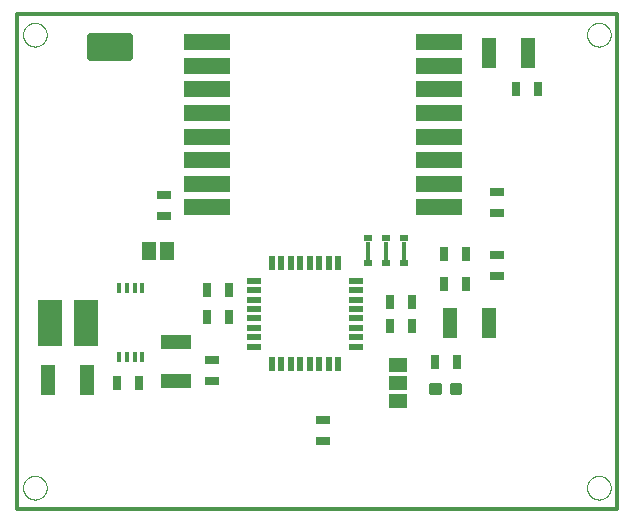
<source format=gtp>
G75*
%MOIN*%
%OFA0B0*%
%FSLAX25Y25*%
%IPPOS*%
%LPD*%
%AMOC8*
5,1,8,0,0,1.08239X$1,22.5*
%
%ADD10C,0.00000*%
%ADD11C,0.01200*%
%ADD12R,0.15748X0.05512*%
%ADD13R,0.04724X0.09843*%
%ADD14R,0.09843X0.04724*%
%ADD15R,0.07874X0.15748*%
%ADD16R,0.01575X0.03543*%
%ADD17R,0.03150X0.04724*%
%ADD18R,0.04724X0.03150*%
%ADD19R,0.04600X0.06300*%
%ADD20R,0.01575X0.06299*%
%ADD21R,0.03150X0.01969*%
%ADD22C,0.02362*%
%ADD23C,0.01181*%
%ADD24R,0.06300X0.04600*%
%ADD25R,0.05000X0.02200*%
%ADD26R,0.02200X0.05000*%
D10*
X0003863Y0008800D02*
X0003865Y0008925D01*
X0003871Y0009050D01*
X0003881Y0009174D01*
X0003895Y0009298D01*
X0003912Y0009422D01*
X0003934Y0009545D01*
X0003960Y0009667D01*
X0003989Y0009789D01*
X0004022Y0009909D01*
X0004060Y0010028D01*
X0004100Y0010147D01*
X0004145Y0010263D01*
X0004193Y0010378D01*
X0004245Y0010492D01*
X0004301Y0010604D01*
X0004360Y0010714D01*
X0004422Y0010822D01*
X0004488Y0010929D01*
X0004557Y0011033D01*
X0004630Y0011134D01*
X0004705Y0011234D01*
X0004784Y0011331D01*
X0004866Y0011425D01*
X0004951Y0011517D01*
X0005038Y0011606D01*
X0005129Y0011692D01*
X0005222Y0011775D01*
X0005318Y0011856D01*
X0005416Y0011933D01*
X0005516Y0012007D01*
X0005619Y0012078D01*
X0005724Y0012145D01*
X0005832Y0012210D01*
X0005941Y0012270D01*
X0006052Y0012328D01*
X0006165Y0012381D01*
X0006279Y0012431D01*
X0006395Y0012478D01*
X0006512Y0012520D01*
X0006631Y0012559D01*
X0006751Y0012595D01*
X0006872Y0012626D01*
X0006994Y0012654D01*
X0007116Y0012677D01*
X0007240Y0012697D01*
X0007364Y0012713D01*
X0007488Y0012725D01*
X0007613Y0012733D01*
X0007738Y0012737D01*
X0007862Y0012737D01*
X0007987Y0012733D01*
X0008112Y0012725D01*
X0008236Y0012713D01*
X0008360Y0012697D01*
X0008484Y0012677D01*
X0008606Y0012654D01*
X0008728Y0012626D01*
X0008849Y0012595D01*
X0008969Y0012559D01*
X0009088Y0012520D01*
X0009205Y0012478D01*
X0009321Y0012431D01*
X0009435Y0012381D01*
X0009548Y0012328D01*
X0009659Y0012270D01*
X0009769Y0012210D01*
X0009876Y0012145D01*
X0009981Y0012078D01*
X0010084Y0012007D01*
X0010184Y0011933D01*
X0010282Y0011856D01*
X0010378Y0011775D01*
X0010471Y0011692D01*
X0010562Y0011606D01*
X0010649Y0011517D01*
X0010734Y0011425D01*
X0010816Y0011331D01*
X0010895Y0011234D01*
X0010970Y0011134D01*
X0011043Y0011033D01*
X0011112Y0010929D01*
X0011178Y0010822D01*
X0011240Y0010714D01*
X0011299Y0010604D01*
X0011355Y0010492D01*
X0011407Y0010378D01*
X0011455Y0010263D01*
X0011500Y0010147D01*
X0011540Y0010028D01*
X0011578Y0009909D01*
X0011611Y0009789D01*
X0011640Y0009667D01*
X0011666Y0009545D01*
X0011688Y0009422D01*
X0011705Y0009298D01*
X0011719Y0009174D01*
X0011729Y0009050D01*
X0011735Y0008925D01*
X0011737Y0008800D01*
X0011735Y0008675D01*
X0011729Y0008550D01*
X0011719Y0008426D01*
X0011705Y0008302D01*
X0011688Y0008178D01*
X0011666Y0008055D01*
X0011640Y0007933D01*
X0011611Y0007811D01*
X0011578Y0007691D01*
X0011540Y0007572D01*
X0011500Y0007453D01*
X0011455Y0007337D01*
X0011407Y0007222D01*
X0011355Y0007108D01*
X0011299Y0006996D01*
X0011240Y0006886D01*
X0011178Y0006778D01*
X0011112Y0006671D01*
X0011043Y0006567D01*
X0010970Y0006466D01*
X0010895Y0006366D01*
X0010816Y0006269D01*
X0010734Y0006175D01*
X0010649Y0006083D01*
X0010562Y0005994D01*
X0010471Y0005908D01*
X0010378Y0005825D01*
X0010282Y0005744D01*
X0010184Y0005667D01*
X0010084Y0005593D01*
X0009981Y0005522D01*
X0009876Y0005455D01*
X0009768Y0005390D01*
X0009659Y0005330D01*
X0009548Y0005272D01*
X0009435Y0005219D01*
X0009321Y0005169D01*
X0009205Y0005122D01*
X0009088Y0005080D01*
X0008969Y0005041D01*
X0008849Y0005005D01*
X0008728Y0004974D01*
X0008606Y0004946D01*
X0008484Y0004923D01*
X0008360Y0004903D01*
X0008236Y0004887D01*
X0008112Y0004875D01*
X0007987Y0004867D01*
X0007862Y0004863D01*
X0007738Y0004863D01*
X0007613Y0004867D01*
X0007488Y0004875D01*
X0007364Y0004887D01*
X0007240Y0004903D01*
X0007116Y0004923D01*
X0006994Y0004946D01*
X0006872Y0004974D01*
X0006751Y0005005D01*
X0006631Y0005041D01*
X0006512Y0005080D01*
X0006395Y0005122D01*
X0006279Y0005169D01*
X0006165Y0005219D01*
X0006052Y0005272D01*
X0005941Y0005330D01*
X0005831Y0005390D01*
X0005724Y0005455D01*
X0005619Y0005522D01*
X0005516Y0005593D01*
X0005416Y0005667D01*
X0005318Y0005744D01*
X0005222Y0005825D01*
X0005129Y0005908D01*
X0005038Y0005994D01*
X0004951Y0006083D01*
X0004866Y0006175D01*
X0004784Y0006269D01*
X0004705Y0006366D01*
X0004630Y0006466D01*
X0004557Y0006567D01*
X0004488Y0006671D01*
X0004422Y0006778D01*
X0004360Y0006886D01*
X0004301Y0006996D01*
X0004245Y0007108D01*
X0004193Y0007222D01*
X0004145Y0007337D01*
X0004100Y0007453D01*
X0004060Y0007572D01*
X0004022Y0007691D01*
X0003989Y0007811D01*
X0003960Y0007933D01*
X0003934Y0008055D01*
X0003912Y0008178D01*
X0003895Y0008302D01*
X0003881Y0008426D01*
X0003871Y0008550D01*
X0003865Y0008675D01*
X0003863Y0008800D01*
X0003863Y0159800D02*
X0003865Y0159925D01*
X0003871Y0160050D01*
X0003881Y0160174D01*
X0003895Y0160298D01*
X0003912Y0160422D01*
X0003934Y0160545D01*
X0003960Y0160667D01*
X0003989Y0160789D01*
X0004022Y0160909D01*
X0004060Y0161028D01*
X0004100Y0161147D01*
X0004145Y0161263D01*
X0004193Y0161378D01*
X0004245Y0161492D01*
X0004301Y0161604D01*
X0004360Y0161714D01*
X0004422Y0161822D01*
X0004488Y0161929D01*
X0004557Y0162033D01*
X0004630Y0162134D01*
X0004705Y0162234D01*
X0004784Y0162331D01*
X0004866Y0162425D01*
X0004951Y0162517D01*
X0005038Y0162606D01*
X0005129Y0162692D01*
X0005222Y0162775D01*
X0005318Y0162856D01*
X0005416Y0162933D01*
X0005516Y0163007D01*
X0005619Y0163078D01*
X0005724Y0163145D01*
X0005832Y0163210D01*
X0005941Y0163270D01*
X0006052Y0163328D01*
X0006165Y0163381D01*
X0006279Y0163431D01*
X0006395Y0163478D01*
X0006512Y0163520D01*
X0006631Y0163559D01*
X0006751Y0163595D01*
X0006872Y0163626D01*
X0006994Y0163654D01*
X0007116Y0163677D01*
X0007240Y0163697D01*
X0007364Y0163713D01*
X0007488Y0163725D01*
X0007613Y0163733D01*
X0007738Y0163737D01*
X0007862Y0163737D01*
X0007987Y0163733D01*
X0008112Y0163725D01*
X0008236Y0163713D01*
X0008360Y0163697D01*
X0008484Y0163677D01*
X0008606Y0163654D01*
X0008728Y0163626D01*
X0008849Y0163595D01*
X0008969Y0163559D01*
X0009088Y0163520D01*
X0009205Y0163478D01*
X0009321Y0163431D01*
X0009435Y0163381D01*
X0009548Y0163328D01*
X0009659Y0163270D01*
X0009769Y0163210D01*
X0009876Y0163145D01*
X0009981Y0163078D01*
X0010084Y0163007D01*
X0010184Y0162933D01*
X0010282Y0162856D01*
X0010378Y0162775D01*
X0010471Y0162692D01*
X0010562Y0162606D01*
X0010649Y0162517D01*
X0010734Y0162425D01*
X0010816Y0162331D01*
X0010895Y0162234D01*
X0010970Y0162134D01*
X0011043Y0162033D01*
X0011112Y0161929D01*
X0011178Y0161822D01*
X0011240Y0161714D01*
X0011299Y0161604D01*
X0011355Y0161492D01*
X0011407Y0161378D01*
X0011455Y0161263D01*
X0011500Y0161147D01*
X0011540Y0161028D01*
X0011578Y0160909D01*
X0011611Y0160789D01*
X0011640Y0160667D01*
X0011666Y0160545D01*
X0011688Y0160422D01*
X0011705Y0160298D01*
X0011719Y0160174D01*
X0011729Y0160050D01*
X0011735Y0159925D01*
X0011737Y0159800D01*
X0011735Y0159675D01*
X0011729Y0159550D01*
X0011719Y0159426D01*
X0011705Y0159302D01*
X0011688Y0159178D01*
X0011666Y0159055D01*
X0011640Y0158933D01*
X0011611Y0158811D01*
X0011578Y0158691D01*
X0011540Y0158572D01*
X0011500Y0158453D01*
X0011455Y0158337D01*
X0011407Y0158222D01*
X0011355Y0158108D01*
X0011299Y0157996D01*
X0011240Y0157886D01*
X0011178Y0157778D01*
X0011112Y0157671D01*
X0011043Y0157567D01*
X0010970Y0157466D01*
X0010895Y0157366D01*
X0010816Y0157269D01*
X0010734Y0157175D01*
X0010649Y0157083D01*
X0010562Y0156994D01*
X0010471Y0156908D01*
X0010378Y0156825D01*
X0010282Y0156744D01*
X0010184Y0156667D01*
X0010084Y0156593D01*
X0009981Y0156522D01*
X0009876Y0156455D01*
X0009768Y0156390D01*
X0009659Y0156330D01*
X0009548Y0156272D01*
X0009435Y0156219D01*
X0009321Y0156169D01*
X0009205Y0156122D01*
X0009088Y0156080D01*
X0008969Y0156041D01*
X0008849Y0156005D01*
X0008728Y0155974D01*
X0008606Y0155946D01*
X0008484Y0155923D01*
X0008360Y0155903D01*
X0008236Y0155887D01*
X0008112Y0155875D01*
X0007987Y0155867D01*
X0007862Y0155863D01*
X0007738Y0155863D01*
X0007613Y0155867D01*
X0007488Y0155875D01*
X0007364Y0155887D01*
X0007240Y0155903D01*
X0007116Y0155923D01*
X0006994Y0155946D01*
X0006872Y0155974D01*
X0006751Y0156005D01*
X0006631Y0156041D01*
X0006512Y0156080D01*
X0006395Y0156122D01*
X0006279Y0156169D01*
X0006165Y0156219D01*
X0006052Y0156272D01*
X0005941Y0156330D01*
X0005831Y0156390D01*
X0005724Y0156455D01*
X0005619Y0156522D01*
X0005516Y0156593D01*
X0005416Y0156667D01*
X0005318Y0156744D01*
X0005222Y0156825D01*
X0005129Y0156908D01*
X0005038Y0156994D01*
X0004951Y0157083D01*
X0004866Y0157175D01*
X0004784Y0157269D01*
X0004705Y0157366D01*
X0004630Y0157466D01*
X0004557Y0157567D01*
X0004488Y0157671D01*
X0004422Y0157778D01*
X0004360Y0157886D01*
X0004301Y0157996D01*
X0004245Y0158108D01*
X0004193Y0158222D01*
X0004145Y0158337D01*
X0004100Y0158453D01*
X0004060Y0158572D01*
X0004022Y0158691D01*
X0003989Y0158811D01*
X0003960Y0158933D01*
X0003934Y0159055D01*
X0003912Y0159178D01*
X0003895Y0159302D01*
X0003881Y0159426D01*
X0003871Y0159550D01*
X0003865Y0159675D01*
X0003863Y0159800D01*
X0191863Y0159800D02*
X0191865Y0159925D01*
X0191871Y0160050D01*
X0191881Y0160174D01*
X0191895Y0160298D01*
X0191912Y0160422D01*
X0191934Y0160545D01*
X0191960Y0160667D01*
X0191989Y0160789D01*
X0192022Y0160909D01*
X0192060Y0161028D01*
X0192100Y0161147D01*
X0192145Y0161263D01*
X0192193Y0161378D01*
X0192245Y0161492D01*
X0192301Y0161604D01*
X0192360Y0161714D01*
X0192422Y0161822D01*
X0192488Y0161929D01*
X0192557Y0162033D01*
X0192630Y0162134D01*
X0192705Y0162234D01*
X0192784Y0162331D01*
X0192866Y0162425D01*
X0192951Y0162517D01*
X0193038Y0162606D01*
X0193129Y0162692D01*
X0193222Y0162775D01*
X0193318Y0162856D01*
X0193416Y0162933D01*
X0193516Y0163007D01*
X0193619Y0163078D01*
X0193724Y0163145D01*
X0193832Y0163210D01*
X0193941Y0163270D01*
X0194052Y0163328D01*
X0194165Y0163381D01*
X0194279Y0163431D01*
X0194395Y0163478D01*
X0194512Y0163520D01*
X0194631Y0163559D01*
X0194751Y0163595D01*
X0194872Y0163626D01*
X0194994Y0163654D01*
X0195116Y0163677D01*
X0195240Y0163697D01*
X0195364Y0163713D01*
X0195488Y0163725D01*
X0195613Y0163733D01*
X0195738Y0163737D01*
X0195862Y0163737D01*
X0195987Y0163733D01*
X0196112Y0163725D01*
X0196236Y0163713D01*
X0196360Y0163697D01*
X0196484Y0163677D01*
X0196606Y0163654D01*
X0196728Y0163626D01*
X0196849Y0163595D01*
X0196969Y0163559D01*
X0197088Y0163520D01*
X0197205Y0163478D01*
X0197321Y0163431D01*
X0197435Y0163381D01*
X0197548Y0163328D01*
X0197659Y0163270D01*
X0197769Y0163210D01*
X0197876Y0163145D01*
X0197981Y0163078D01*
X0198084Y0163007D01*
X0198184Y0162933D01*
X0198282Y0162856D01*
X0198378Y0162775D01*
X0198471Y0162692D01*
X0198562Y0162606D01*
X0198649Y0162517D01*
X0198734Y0162425D01*
X0198816Y0162331D01*
X0198895Y0162234D01*
X0198970Y0162134D01*
X0199043Y0162033D01*
X0199112Y0161929D01*
X0199178Y0161822D01*
X0199240Y0161714D01*
X0199299Y0161604D01*
X0199355Y0161492D01*
X0199407Y0161378D01*
X0199455Y0161263D01*
X0199500Y0161147D01*
X0199540Y0161028D01*
X0199578Y0160909D01*
X0199611Y0160789D01*
X0199640Y0160667D01*
X0199666Y0160545D01*
X0199688Y0160422D01*
X0199705Y0160298D01*
X0199719Y0160174D01*
X0199729Y0160050D01*
X0199735Y0159925D01*
X0199737Y0159800D01*
X0199735Y0159675D01*
X0199729Y0159550D01*
X0199719Y0159426D01*
X0199705Y0159302D01*
X0199688Y0159178D01*
X0199666Y0159055D01*
X0199640Y0158933D01*
X0199611Y0158811D01*
X0199578Y0158691D01*
X0199540Y0158572D01*
X0199500Y0158453D01*
X0199455Y0158337D01*
X0199407Y0158222D01*
X0199355Y0158108D01*
X0199299Y0157996D01*
X0199240Y0157886D01*
X0199178Y0157778D01*
X0199112Y0157671D01*
X0199043Y0157567D01*
X0198970Y0157466D01*
X0198895Y0157366D01*
X0198816Y0157269D01*
X0198734Y0157175D01*
X0198649Y0157083D01*
X0198562Y0156994D01*
X0198471Y0156908D01*
X0198378Y0156825D01*
X0198282Y0156744D01*
X0198184Y0156667D01*
X0198084Y0156593D01*
X0197981Y0156522D01*
X0197876Y0156455D01*
X0197768Y0156390D01*
X0197659Y0156330D01*
X0197548Y0156272D01*
X0197435Y0156219D01*
X0197321Y0156169D01*
X0197205Y0156122D01*
X0197088Y0156080D01*
X0196969Y0156041D01*
X0196849Y0156005D01*
X0196728Y0155974D01*
X0196606Y0155946D01*
X0196484Y0155923D01*
X0196360Y0155903D01*
X0196236Y0155887D01*
X0196112Y0155875D01*
X0195987Y0155867D01*
X0195862Y0155863D01*
X0195738Y0155863D01*
X0195613Y0155867D01*
X0195488Y0155875D01*
X0195364Y0155887D01*
X0195240Y0155903D01*
X0195116Y0155923D01*
X0194994Y0155946D01*
X0194872Y0155974D01*
X0194751Y0156005D01*
X0194631Y0156041D01*
X0194512Y0156080D01*
X0194395Y0156122D01*
X0194279Y0156169D01*
X0194165Y0156219D01*
X0194052Y0156272D01*
X0193941Y0156330D01*
X0193831Y0156390D01*
X0193724Y0156455D01*
X0193619Y0156522D01*
X0193516Y0156593D01*
X0193416Y0156667D01*
X0193318Y0156744D01*
X0193222Y0156825D01*
X0193129Y0156908D01*
X0193038Y0156994D01*
X0192951Y0157083D01*
X0192866Y0157175D01*
X0192784Y0157269D01*
X0192705Y0157366D01*
X0192630Y0157466D01*
X0192557Y0157567D01*
X0192488Y0157671D01*
X0192422Y0157778D01*
X0192360Y0157886D01*
X0192301Y0157996D01*
X0192245Y0158108D01*
X0192193Y0158222D01*
X0192145Y0158337D01*
X0192100Y0158453D01*
X0192060Y0158572D01*
X0192022Y0158691D01*
X0191989Y0158811D01*
X0191960Y0158933D01*
X0191934Y0159055D01*
X0191912Y0159178D01*
X0191895Y0159302D01*
X0191881Y0159426D01*
X0191871Y0159550D01*
X0191865Y0159675D01*
X0191863Y0159800D01*
X0191863Y0008800D02*
X0191865Y0008925D01*
X0191871Y0009050D01*
X0191881Y0009174D01*
X0191895Y0009298D01*
X0191912Y0009422D01*
X0191934Y0009545D01*
X0191960Y0009667D01*
X0191989Y0009789D01*
X0192022Y0009909D01*
X0192060Y0010028D01*
X0192100Y0010147D01*
X0192145Y0010263D01*
X0192193Y0010378D01*
X0192245Y0010492D01*
X0192301Y0010604D01*
X0192360Y0010714D01*
X0192422Y0010822D01*
X0192488Y0010929D01*
X0192557Y0011033D01*
X0192630Y0011134D01*
X0192705Y0011234D01*
X0192784Y0011331D01*
X0192866Y0011425D01*
X0192951Y0011517D01*
X0193038Y0011606D01*
X0193129Y0011692D01*
X0193222Y0011775D01*
X0193318Y0011856D01*
X0193416Y0011933D01*
X0193516Y0012007D01*
X0193619Y0012078D01*
X0193724Y0012145D01*
X0193832Y0012210D01*
X0193941Y0012270D01*
X0194052Y0012328D01*
X0194165Y0012381D01*
X0194279Y0012431D01*
X0194395Y0012478D01*
X0194512Y0012520D01*
X0194631Y0012559D01*
X0194751Y0012595D01*
X0194872Y0012626D01*
X0194994Y0012654D01*
X0195116Y0012677D01*
X0195240Y0012697D01*
X0195364Y0012713D01*
X0195488Y0012725D01*
X0195613Y0012733D01*
X0195738Y0012737D01*
X0195862Y0012737D01*
X0195987Y0012733D01*
X0196112Y0012725D01*
X0196236Y0012713D01*
X0196360Y0012697D01*
X0196484Y0012677D01*
X0196606Y0012654D01*
X0196728Y0012626D01*
X0196849Y0012595D01*
X0196969Y0012559D01*
X0197088Y0012520D01*
X0197205Y0012478D01*
X0197321Y0012431D01*
X0197435Y0012381D01*
X0197548Y0012328D01*
X0197659Y0012270D01*
X0197769Y0012210D01*
X0197876Y0012145D01*
X0197981Y0012078D01*
X0198084Y0012007D01*
X0198184Y0011933D01*
X0198282Y0011856D01*
X0198378Y0011775D01*
X0198471Y0011692D01*
X0198562Y0011606D01*
X0198649Y0011517D01*
X0198734Y0011425D01*
X0198816Y0011331D01*
X0198895Y0011234D01*
X0198970Y0011134D01*
X0199043Y0011033D01*
X0199112Y0010929D01*
X0199178Y0010822D01*
X0199240Y0010714D01*
X0199299Y0010604D01*
X0199355Y0010492D01*
X0199407Y0010378D01*
X0199455Y0010263D01*
X0199500Y0010147D01*
X0199540Y0010028D01*
X0199578Y0009909D01*
X0199611Y0009789D01*
X0199640Y0009667D01*
X0199666Y0009545D01*
X0199688Y0009422D01*
X0199705Y0009298D01*
X0199719Y0009174D01*
X0199729Y0009050D01*
X0199735Y0008925D01*
X0199737Y0008800D01*
X0199735Y0008675D01*
X0199729Y0008550D01*
X0199719Y0008426D01*
X0199705Y0008302D01*
X0199688Y0008178D01*
X0199666Y0008055D01*
X0199640Y0007933D01*
X0199611Y0007811D01*
X0199578Y0007691D01*
X0199540Y0007572D01*
X0199500Y0007453D01*
X0199455Y0007337D01*
X0199407Y0007222D01*
X0199355Y0007108D01*
X0199299Y0006996D01*
X0199240Y0006886D01*
X0199178Y0006778D01*
X0199112Y0006671D01*
X0199043Y0006567D01*
X0198970Y0006466D01*
X0198895Y0006366D01*
X0198816Y0006269D01*
X0198734Y0006175D01*
X0198649Y0006083D01*
X0198562Y0005994D01*
X0198471Y0005908D01*
X0198378Y0005825D01*
X0198282Y0005744D01*
X0198184Y0005667D01*
X0198084Y0005593D01*
X0197981Y0005522D01*
X0197876Y0005455D01*
X0197768Y0005390D01*
X0197659Y0005330D01*
X0197548Y0005272D01*
X0197435Y0005219D01*
X0197321Y0005169D01*
X0197205Y0005122D01*
X0197088Y0005080D01*
X0196969Y0005041D01*
X0196849Y0005005D01*
X0196728Y0004974D01*
X0196606Y0004946D01*
X0196484Y0004923D01*
X0196360Y0004903D01*
X0196236Y0004887D01*
X0196112Y0004875D01*
X0195987Y0004867D01*
X0195862Y0004863D01*
X0195738Y0004863D01*
X0195613Y0004867D01*
X0195488Y0004875D01*
X0195364Y0004887D01*
X0195240Y0004903D01*
X0195116Y0004923D01*
X0194994Y0004946D01*
X0194872Y0004974D01*
X0194751Y0005005D01*
X0194631Y0005041D01*
X0194512Y0005080D01*
X0194395Y0005122D01*
X0194279Y0005169D01*
X0194165Y0005219D01*
X0194052Y0005272D01*
X0193941Y0005330D01*
X0193831Y0005390D01*
X0193724Y0005455D01*
X0193619Y0005522D01*
X0193516Y0005593D01*
X0193416Y0005667D01*
X0193318Y0005744D01*
X0193222Y0005825D01*
X0193129Y0005908D01*
X0193038Y0005994D01*
X0192951Y0006083D01*
X0192866Y0006175D01*
X0192784Y0006269D01*
X0192705Y0006366D01*
X0192630Y0006466D01*
X0192557Y0006567D01*
X0192488Y0006671D01*
X0192422Y0006778D01*
X0192360Y0006886D01*
X0192301Y0006996D01*
X0192245Y0007108D01*
X0192193Y0007222D01*
X0192145Y0007337D01*
X0192100Y0007453D01*
X0192060Y0007572D01*
X0192022Y0007691D01*
X0191989Y0007811D01*
X0191960Y0007933D01*
X0191934Y0008055D01*
X0191912Y0008178D01*
X0191895Y0008302D01*
X0191881Y0008426D01*
X0191871Y0008550D01*
X0191865Y0008675D01*
X0191863Y0008800D01*
D11*
X0001800Y0001800D02*
X0001800Y0166800D01*
X0201800Y0166800D01*
X0201800Y0001800D01*
X0001800Y0001800D01*
D12*
X0065020Y0102241D03*
X0065020Y0110115D03*
X0065020Y0117989D03*
X0065020Y0125863D03*
X0065020Y0133737D03*
X0065020Y0141611D03*
X0065020Y0149485D03*
X0065020Y0157359D03*
X0142580Y0157359D03*
X0142580Y0149485D03*
X0142580Y0141611D03*
X0142580Y0133737D03*
X0142580Y0125863D03*
X0142580Y0117989D03*
X0142580Y0110115D03*
X0142580Y0102241D03*
D13*
X0146304Y0063800D03*
X0159296Y0063800D03*
X0159304Y0153800D03*
X0172296Y0153800D03*
X0025296Y0044800D03*
X0012304Y0044800D03*
D14*
X0054800Y0044304D03*
X0054800Y0057296D03*
D15*
X0024706Y0063800D03*
X0012894Y0063800D03*
D16*
X0035961Y0052383D03*
X0038520Y0052383D03*
X0041080Y0052383D03*
X0043639Y0052383D03*
X0043639Y0075217D03*
X0041080Y0075217D03*
X0038520Y0075217D03*
X0035961Y0075217D03*
D17*
X0065257Y0074800D03*
X0072343Y0074800D03*
X0072343Y0065800D03*
X0065257Y0065800D03*
X0042343Y0043800D03*
X0035257Y0043800D03*
X0126257Y0062800D03*
X0133343Y0062800D03*
X0133343Y0070800D03*
X0126257Y0070800D03*
X0144257Y0076800D03*
X0151343Y0076800D03*
X0151343Y0086800D03*
X0144257Y0086800D03*
X0141257Y0050800D03*
X0148343Y0050800D03*
X0168257Y0141800D03*
X0175343Y0141800D03*
D18*
X0161800Y0107343D03*
X0161800Y0100257D03*
X0161800Y0086343D03*
X0161800Y0079257D03*
X0103800Y0031343D03*
X0103800Y0024257D03*
X0066800Y0044257D03*
X0066800Y0051343D03*
X0050800Y0099257D03*
X0050800Y0106343D03*
D19*
X0051800Y0087800D03*
X0045800Y0087800D03*
D20*
X0118894Y0087800D03*
X0124800Y0087800D03*
X0130706Y0087800D03*
D21*
X0130706Y0091934D03*
X0124800Y0091934D03*
X0118894Y0091934D03*
X0118894Y0083666D03*
X0124800Y0083666D03*
X0130706Y0083666D03*
D22*
X0039296Y0152257D02*
X0026304Y0152257D01*
X0026304Y0159343D01*
X0039296Y0159343D01*
X0039296Y0152257D01*
X0039296Y0154618D02*
X0026304Y0154618D01*
X0026304Y0156979D02*
X0039296Y0156979D01*
X0039296Y0159340D02*
X0026304Y0159340D01*
D23*
X0139969Y0043178D02*
X0139969Y0040422D01*
X0139969Y0043178D02*
X0142725Y0043178D01*
X0142725Y0040422D01*
X0139969Y0040422D01*
X0139969Y0041602D02*
X0142725Y0041602D01*
X0142725Y0042782D02*
X0139969Y0042782D01*
X0146875Y0043178D02*
X0146875Y0040422D01*
X0146875Y0043178D02*
X0149631Y0043178D01*
X0149631Y0040422D01*
X0146875Y0040422D01*
X0146875Y0041602D02*
X0149631Y0041602D01*
X0149631Y0042782D02*
X0146875Y0042782D01*
D24*
X0128800Y0043800D03*
X0128800Y0037800D03*
X0128800Y0049800D03*
D25*
X0114700Y0055776D03*
X0114700Y0058926D03*
X0114700Y0062076D03*
X0114700Y0065225D03*
X0114700Y0068375D03*
X0114700Y0071524D03*
X0114700Y0074674D03*
X0114700Y0077824D03*
X0080900Y0077824D03*
X0080900Y0074674D03*
X0080900Y0071524D03*
X0080900Y0068375D03*
X0080900Y0065225D03*
X0080900Y0062076D03*
X0080900Y0058926D03*
X0080900Y0055776D03*
D26*
X0086776Y0049900D03*
X0089926Y0049900D03*
X0093076Y0049900D03*
X0096225Y0049900D03*
X0099375Y0049900D03*
X0102524Y0049900D03*
X0105674Y0049900D03*
X0108824Y0049900D03*
X0108824Y0083700D03*
X0105674Y0083700D03*
X0102524Y0083700D03*
X0099375Y0083700D03*
X0096225Y0083700D03*
X0093076Y0083700D03*
X0089926Y0083700D03*
X0086776Y0083700D03*
M02*

</source>
